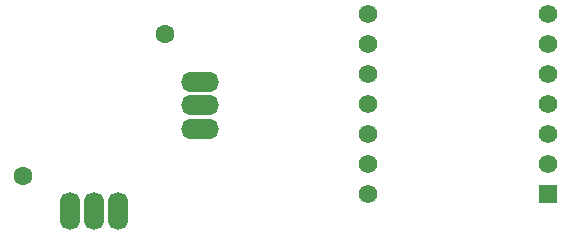
<source format=gbs>
%TF.GenerationSoftware,KiCad,Pcbnew,8.0.2-1*%
%TF.CreationDate,2024-05-20T16:42:59-04:00*%
%TF.ProjectId,humep1,68756d65-7031-42e6-9b69-6361645f7063,rev?*%
%TF.SameCoordinates,Original*%
%TF.FileFunction,Soldermask,Bot*%
%TF.FilePolarity,Negative*%
%FSLAX46Y46*%
G04 Gerber Fmt 4.6, Leading zero omitted, Abs format (unit mm)*
G04 Created by KiCad (PCBNEW 8.0.2-1) date 2024-05-20 16:42:59*
%MOMM*%
%LPD*%
G01*
G04 APERTURE LIST*
G04 Aperture macros list*
%AMRoundRect*
0 Rectangle with rounded corners*
0 $1 Rounding radius*
0 $2 $3 $4 $5 $6 $7 $8 $9 X,Y pos of 4 corners*
0 Add a 4 corners polygon primitive as box body*
4,1,4,$2,$3,$4,$5,$6,$7,$8,$9,$2,$3,0*
0 Add four circle primitives for the rounded corners*
1,1,$1+$1,$2,$3*
1,1,$1+$1,$4,$5*
1,1,$1+$1,$6,$7*
1,1,$1+$1,$8,$9*
0 Add four rect primitives between the rounded corners*
20,1,$1+$1,$2,$3,$4,$5,0*
20,1,$1+$1,$4,$5,$6,$7,0*
20,1,$1+$1,$6,$7,$8,$9,0*
20,1,$1+$1,$8,$9,$2,$3,0*%
G04 Aperture macros list end*
%ADD10RoundRect,0.102000X0.679000X0.679000X-0.679000X0.679000X-0.679000X-0.679000X0.679000X-0.679000X0*%
%ADD11C,1.562000*%
%ADD12C,1.600000*%
%ADD13O,3.204000X1.704000*%
%ADD14O,1.704000X3.204000*%
G04 APERTURE END LIST*
D10*
%TO.C,ESP32-C3*%
X85102500Y-71551500D03*
D11*
X85102500Y-69011500D03*
X85102500Y-66471500D03*
X85102500Y-63931500D03*
X85102500Y-61391500D03*
X85102500Y-58851500D03*
X85102500Y-56311500D03*
X69862500Y-56311500D03*
X69862500Y-58851500D03*
X69862500Y-61391500D03*
X69862500Y-63931500D03*
X69862500Y-66471500D03*
X69862500Y-69011500D03*
X69862500Y-71551500D03*
%TD*%
D12*
%TO.C,JOYSTICK (2765)*%
X40675000Y-70000000D03*
X52675000Y-58000000D03*
D13*
X55675000Y-64000000D03*
X55675000Y-66000000D03*
X55675000Y-62000000D03*
D14*
X46675000Y-73000000D03*
X48675000Y-73000000D03*
X44675000Y-73000000D03*
%TD*%
M02*

</source>
